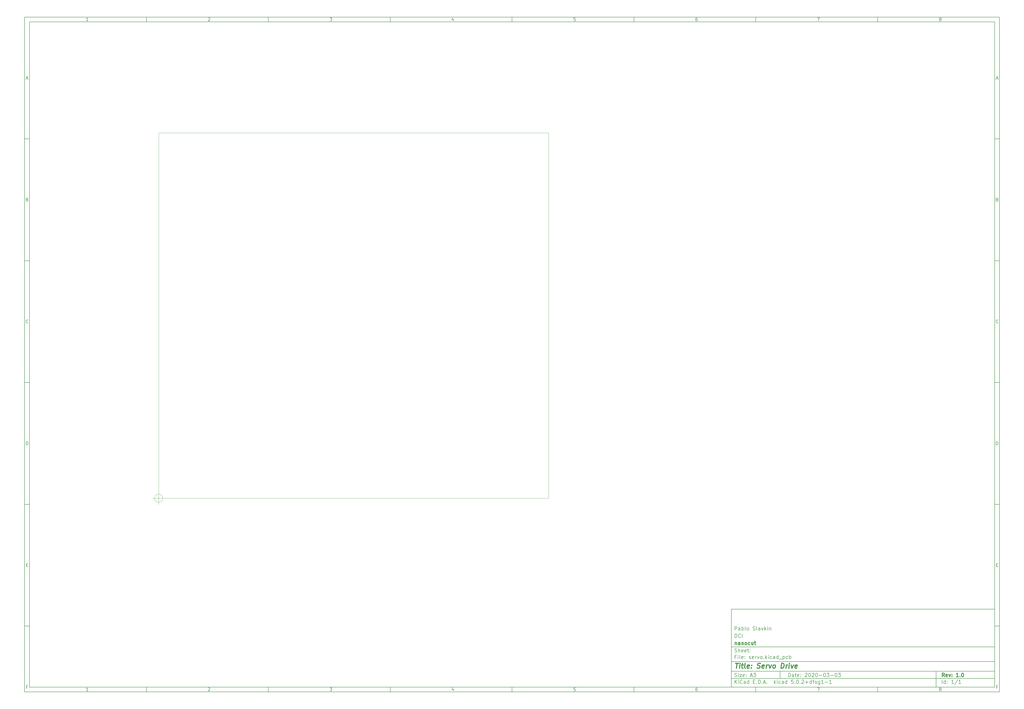
<source format=gbr>
G04 #@! TF.GenerationSoftware,KiCad,Pcbnew,5.0.2+dfsg1-1*
G04 #@! TF.CreationDate,2020-03-03T23:04:44-03:00*
G04 #@! TF.ProjectId,servo,73657276-6f2e-46b6-9963-61645f706362,1.0*
G04 #@! TF.SameCoordinates,PX3dfd240PYc5e32e0*
G04 #@! TF.FileFunction,Glue,Bot*
G04 #@! TF.FilePolarity,Positive*
%FSLAX46Y46*%
G04 Gerber Fmt 4.6, Leading zero omitted, Abs format (unit mm)*
G04 Created by KiCad (PCBNEW 5.0.2+dfsg1-1) date Tue 03 Mar 2020 11:04:44 PM -03*
%MOMM*%
%LPD*%
G01*
G04 APERTURE LIST*
%ADD10C,0.100000*%
%ADD11C,0.150000*%
%ADD12C,0.300000*%
%ADD13C,0.400000*%
G04 APERTURE END LIST*
D10*
D11*
X234989000Y-45502200D02*
X234989000Y-77502200D01*
X342989000Y-77502200D01*
X342989000Y-45502200D01*
X234989000Y-45502200D01*
D10*
D11*
X-55000000Y197500000D02*
X-55000000Y-79502200D01*
X344989000Y-79502200D01*
X344989000Y197500000D01*
X-55000000Y197500000D01*
D10*
D11*
X-53000000Y195500000D02*
X-53000000Y-77502200D01*
X342989000Y-77502200D01*
X342989000Y195500000D01*
X-53000000Y195500000D01*
D10*
D11*
X-5000000Y195500000D02*
X-5000000Y197500000D01*
D10*
D11*
X45000000Y195500000D02*
X45000000Y197500000D01*
D10*
D11*
X95000000Y195500000D02*
X95000000Y197500000D01*
D10*
D11*
X145000000Y195500000D02*
X145000000Y197500000D01*
D10*
D11*
X195000000Y195500000D02*
X195000000Y197500000D01*
D10*
D11*
X245000000Y195500000D02*
X245000000Y197500000D01*
D10*
D11*
X295000000Y195500000D02*
X295000000Y197500000D01*
D10*
D11*
X-28934524Y195911905D02*
X-29677381Y195911905D01*
X-29305953Y195911905D02*
X-29305953Y197211905D01*
X-29429762Y197026191D01*
X-29553572Y196902381D01*
X-29677381Y196840477D01*
D10*
D11*
X20322619Y197088096D02*
X20384523Y197150000D01*
X20508333Y197211905D01*
X20817857Y197211905D01*
X20941666Y197150000D01*
X21003571Y197088096D01*
X21065476Y196964286D01*
X21065476Y196840477D01*
X21003571Y196654762D01*
X20260714Y195911905D01*
X21065476Y195911905D01*
D10*
D11*
X70260714Y197211905D02*
X71065476Y197211905D01*
X70632142Y196716667D01*
X70817857Y196716667D01*
X70941666Y196654762D01*
X71003571Y196592858D01*
X71065476Y196469048D01*
X71065476Y196159524D01*
X71003571Y196035715D01*
X70941666Y195973810D01*
X70817857Y195911905D01*
X70446428Y195911905D01*
X70322619Y195973810D01*
X70260714Y196035715D01*
D10*
D11*
X120941666Y196778572D02*
X120941666Y195911905D01*
X120632142Y197273810D02*
X120322619Y196345239D01*
X121127380Y196345239D01*
D10*
D11*
X171003571Y197211905D02*
X170384523Y197211905D01*
X170322619Y196592858D01*
X170384523Y196654762D01*
X170508333Y196716667D01*
X170817857Y196716667D01*
X170941666Y196654762D01*
X171003571Y196592858D01*
X171065476Y196469048D01*
X171065476Y196159524D01*
X171003571Y196035715D01*
X170941666Y195973810D01*
X170817857Y195911905D01*
X170508333Y195911905D01*
X170384523Y195973810D01*
X170322619Y196035715D01*
D10*
D11*
X220941666Y197211905D02*
X220694047Y197211905D01*
X220570238Y197150000D01*
X220508333Y197088096D01*
X220384523Y196902381D01*
X220322619Y196654762D01*
X220322619Y196159524D01*
X220384523Y196035715D01*
X220446428Y195973810D01*
X220570238Y195911905D01*
X220817857Y195911905D01*
X220941666Y195973810D01*
X221003571Y196035715D01*
X221065476Y196159524D01*
X221065476Y196469048D01*
X221003571Y196592858D01*
X220941666Y196654762D01*
X220817857Y196716667D01*
X220570238Y196716667D01*
X220446428Y196654762D01*
X220384523Y196592858D01*
X220322619Y196469048D01*
D10*
D11*
X270260714Y197211905D02*
X271127380Y197211905D01*
X270570238Y195911905D01*
D10*
D11*
X320570238Y196654762D02*
X320446428Y196716667D01*
X320384523Y196778572D01*
X320322619Y196902381D01*
X320322619Y196964286D01*
X320384523Y197088096D01*
X320446428Y197150000D01*
X320570238Y197211905D01*
X320817857Y197211905D01*
X320941666Y197150000D01*
X321003571Y197088096D01*
X321065476Y196964286D01*
X321065476Y196902381D01*
X321003571Y196778572D01*
X320941666Y196716667D01*
X320817857Y196654762D01*
X320570238Y196654762D01*
X320446428Y196592858D01*
X320384523Y196530953D01*
X320322619Y196407143D01*
X320322619Y196159524D01*
X320384523Y196035715D01*
X320446428Y195973810D01*
X320570238Y195911905D01*
X320817857Y195911905D01*
X320941666Y195973810D01*
X321003571Y196035715D01*
X321065476Y196159524D01*
X321065476Y196407143D01*
X321003571Y196530953D01*
X320941666Y196592858D01*
X320817857Y196654762D01*
D10*
D11*
X-5000000Y-77502200D02*
X-5000000Y-79502200D01*
D10*
D11*
X45000000Y-77502200D02*
X45000000Y-79502200D01*
D10*
D11*
X95000000Y-77502200D02*
X95000000Y-79502200D01*
D10*
D11*
X145000000Y-77502200D02*
X145000000Y-79502200D01*
D10*
D11*
X195000000Y-77502200D02*
X195000000Y-79502200D01*
D10*
D11*
X245000000Y-77502200D02*
X245000000Y-79502200D01*
D10*
D11*
X295000000Y-77502200D02*
X295000000Y-79502200D01*
D10*
D11*
X-28934524Y-79090295D02*
X-29677381Y-79090295D01*
X-29305953Y-79090295D02*
X-29305953Y-77790295D01*
X-29429762Y-77976009D01*
X-29553572Y-78099819D01*
X-29677381Y-78161723D01*
D10*
D11*
X20322619Y-77914104D02*
X20384523Y-77852200D01*
X20508333Y-77790295D01*
X20817857Y-77790295D01*
X20941666Y-77852200D01*
X21003571Y-77914104D01*
X21065476Y-78037914D01*
X21065476Y-78161723D01*
X21003571Y-78347438D01*
X20260714Y-79090295D01*
X21065476Y-79090295D01*
D10*
D11*
X70260714Y-77790295D02*
X71065476Y-77790295D01*
X70632142Y-78285533D01*
X70817857Y-78285533D01*
X70941666Y-78347438D01*
X71003571Y-78409342D01*
X71065476Y-78533152D01*
X71065476Y-78842676D01*
X71003571Y-78966485D01*
X70941666Y-79028390D01*
X70817857Y-79090295D01*
X70446428Y-79090295D01*
X70322619Y-79028390D01*
X70260714Y-78966485D01*
D10*
D11*
X120941666Y-78223628D02*
X120941666Y-79090295D01*
X120632142Y-77728390D02*
X120322619Y-78656961D01*
X121127380Y-78656961D01*
D10*
D11*
X171003571Y-77790295D02*
X170384523Y-77790295D01*
X170322619Y-78409342D01*
X170384523Y-78347438D01*
X170508333Y-78285533D01*
X170817857Y-78285533D01*
X170941666Y-78347438D01*
X171003571Y-78409342D01*
X171065476Y-78533152D01*
X171065476Y-78842676D01*
X171003571Y-78966485D01*
X170941666Y-79028390D01*
X170817857Y-79090295D01*
X170508333Y-79090295D01*
X170384523Y-79028390D01*
X170322619Y-78966485D01*
D10*
D11*
X220941666Y-77790295D02*
X220694047Y-77790295D01*
X220570238Y-77852200D01*
X220508333Y-77914104D01*
X220384523Y-78099819D01*
X220322619Y-78347438D01*
X220322619Y-78842676D01*
X220384523Y-78966485D01*
X220446428Y-79028390D01*
X220570238Y-79090295D01*
X220817857Y-79090295D01*
X220941666Y-79028390D01*
X221003571Y-78966485D01*
X221065476Y-78842676D01*
X221065476Y-78533152D01*
X221003571Y-78409342D01*
X220941666Y-78347438D01*
X220817857Y-78285533D01*
X220570238Y-78285533D01*
X220446428Y-78347438D01*
X220384523Y-78409342D01*
X220322619Y-78533152D01*
D10*
D11*
X270260714Y-77790295D02*
X271127380Y-77790295D01*
X270570238Y-79090295D01*
D10*
D11*
X320570238Y-78347438D02*
X320446428Y-78285533D01*
X320384523Y-78223628D01*
X320322619Y-78099819D01*
X320322619Y-78037914D01*
X320384523Y-77914104D01*
X320446428Y-77852200D01*
X320570238Y-77790295D01*
X320817857Y-77790295D01*
X320941666Y-77852200D01*
X321003571Y-77914104D01*
X321065476Y-78037914D01*
X321065476Y-78099819D01*
X321003571Y-78223628D01*
X320941666Y-78285533D01*
X320817857Y-78347438D01*
X320570238Y-78347438D01*
X320446428Y-78409342D01*
X320384523Y-78471247D01*
X320322619Y-78595057D01*
X320322619Y-78842676D01*
X320384523Y-78966485D01*
X320446428Y-79028390D01*
X320570238Y-79090295D01*
X320817857Y-79090295D01*
X320941666Y-79028390D01*
X321003571Y-78966485D01*
X321065476Y-78842676D01*
X321065476Y-78595057D01*
X321003571Y-78471247D01*
X320941666Y-78409342D01*
X320817857Y-78347438D01*
D10*
D11*
X-55000000Y147500000D02*
X-53000000Y147500000D01*
D10*
D11*
X-55000000Y97500000D02*
X-53000000Y97500000D01*
D10*
D11*
X-55000000Y47500000D02*
X-53000000Y47500000D01*
D10*
D11*
X-55000000Y-2500000D02*
X-53000000Y-2500000D01*
D10*
D11*
X-55000000Y-52500000D02*
X-53000000Y-52500000D01*
D10*
D11*
X-54309524Y172283334D02*
X-53690477Y172283334D01*
X-54433334Y171911905D02*
X-54000000Y173211905D01*
X-53566667Y171911905D01*
D10*
D11*
X-53907143Y122592858D02*
X-53721429Y122530953D01*
X-53659524Y122469048D01*
X-53597620Y122345239D01*
X-53597620Y122159524D01*
X-53659524Y122035715D01*
X-53721429Y121973810D01*
X-53845239Y121911905D01*
X-54340477Y121911905D01*
X-54340477Y123211905D01*
X-53907143Y123211905D01*
X-53783334Y123150000D01*
X-53721429Y123088096D01*
X-53659524Y122964286D01*
X-53659524Y122840477D01*
X-53721429Y122716667D01*
X-53783334Y122654762D01*
X-53907143Y122592858D01*
X-54340477Y122592858D01*
D10*
D11*
X-53597620Y72035715D02*
X-53659524Y71973810D01*
X-53845239Y71911905D01*
X-53969048Y71911905D01*
X-54154762Y71973810D01*
X-54278572Y72097620D01*
X-54340477Y72221429D01*
X-54402381Y72469048D01*
X-54402381Y72654762D01*
X-54340477Y72902381D01*
X-54278572Y73026191D01*
X-54154762Y73150000D01*
X-53969048Y73211905D01*
X-53845239Y73211905D01*
X-53659524Y73150000D01*
X-53597620Y73088096D01*
D10*
D11*
X-54340477Y21911905D02*
X-54340477Y23211905D01*
X-54030953Y23211905D01*
X-53845239Y23150000D01*
X-53721429Y23026191D01*
X-53659524Y22902381D01*
X-53597620Y22654762D01*
X-53597620Y22469048D01*
X-53659524Y22221429D01*
X-53721429Y22097620D01*
X-53845239Y21973810D01*
X-54030953Y21911905D01*
X-54340477Y21911905D01*
D10*
D11*
X-54278572Y-27407142D02*
X-53845239Y-27407142D01*
X-53659524Y-28088095D02*
X-54278572Y-28088095D01*
X-54278572Y-26788095D01*
X-53659524Y-26788095D01*
D10*
D11*
X-53814286Y-77407142D02*
X-54247620Y-77407142D01*
X-54247620Y-78088095D02*
X-54247620Y-76788095D01*
X-53628572Y-76788095D01*
D10*
D11*
X344989000Y147500000D02*
X342989000Y147500000D01*
D10*
D11*
X344989000Y97500000D02*
X342989000Y97500000D01*
D10*
D11*
X344989000Y47500000D02*
X342989000Y47500000D01*
D10*
D11*
X344989000Y-2500000D02*
X342989000Y-2500000D01*
D10*
D11*
X344989000Y-52500000D02*
X342989000Y-52500000D01*
D10*
D11*
X343679476Y172283334D02*
X344298523Y172283334D01*
X343555666Y171911905D02*
X343989000Y173211905D01*
X344422333Y171911905D01*
D10*
D11*
X344081857Y122592858D02*
X344267571Y122530953D01*
X344329476Y122469048D01*
X344391380Y122345239D01*
X344391380Y122159524D01*
X344329476Y122035715D01*
X344267571Y121973810D01*
X344143761Y121911905D01*
X343648523Y121911905D01*
X343648523Y123211905D01*
X344081857Y123211905D01*
X344205666Y123150000D01*
X344267571Y123088096D01*
X344329476Y122964286D01*
X344329476Y122840477D01*
X344267571Y122716667D01*
X344205666Y122654762D01*
X344081857Y122592858D01*
X343648523Y122592858D01*
D10*
D11*
X344391380Y72035715D02*
X344329476Y71973810D01*
X344143761Y71911905D01*
X344019952Y71911905D01*
X343834238Y71973810D01*
X343710428Y72097620D01*
X343648523Y72221429D01*
X343586619Y72469048D01*
X343586619Y72654762D01*
X343648523Y72902381D01*
X343710428Y73026191D01*
X343834238Y73150000D01*
X344019952Y73211905D01*
X344143761Y73211905D01*
X344329476Y73150000D01*
X344391380Y73088096D01*
D10*
D11*
X343648523Y21911905D02*
X343648523Y23211905D01*
X343958047Y23211905D01*
X344143761Y23150000D01*
X344267571Y23026191D01*
X344329476Y22902381D01*
X344391380Y22654762D01*
X344391380Y22469048D01*
X344329476Y22221429D01*
X344267571Y22097620D01*
X344143761Y21973810D01*
X343958047Y21911905D01*
X343648523Y21911905D01*
D10*
D11*
X343710428Y-27407142D02*
X344143761Y-27407142D01*
X344329476Y-28088095D02*
X343710428Y-28088095D01*
X343710428Y-26788095D01*
X344329476Y-26788095D01*
D10*
D11*
X344174714Y-77407142D02*
X343741380Y-77407142D01*
X343741380Y-78088095D02*
X343741380Y-76788095D01*
X344360428Y-76788095D01*
D10*
D11*
X258421142Y-73280771D02*
X258421142Y-71780771D01*
X258778285Y-71780771D01*
X258992571Y-71852200D01*
X259135428Y-71995057D01*
X259206857Y-72137914D01*
X259278285Y-72423628D01*
X259278285Y-72637914D01*
X259206857Y-72923628D01*
X259135428Y-73066485D01*
X258992571Y-73209342D01*
X258778285Y-73280771D01*
X258421142Y-73280771D01*
X260564000Y-73280771D02*
X260564000Y-72495057D01*
X260492571Y-72352200D01*
X260349714Y-72280771D01*
X260064000Y-72280771D01*
X259921142Y-72352200D01*
X260564000Y-73209342D02*
X260421142Y-73280771D01*
X260064000Y-73280771D01*
X259921142Y-73209342D01*
X259849714Y-73066485D01*
X259849714Y-72923628D01*
X259921142Y-72780771D01*
X260064000Y-72709342D01*
X260421142Y-72709342D01*
X260564000Y-72637914D01*
X261064000Y-72280771D02*
X261635428Y-72280771D01*
X261278285Y-71780771D02*
X261278285Y-73066485D01*
X261349714Y-73209342D01*
X261492571Y-73280771D01*
X261635428Y-73280771D01*
X262706857Y-73209342D02*
X262564000Y-73280771D01*
X262278285Y-73280771D01*
X262135428Y-73209342D01*
X262064000Y-73066485D01*
X262064000Y-72495057D01*
X262135428Y-72352200D01*
X262278285Y-72280771D01*
X262564000Y-72280771D01*
X262706857Y-72352200D01*
X262778285Y-72495057D01*
X262778285Y-72637914D01*
X262064000Y-72780771D01*
X263421142Y-73137914D02*
X263492571Y-73209342D01*
X263421142Y-73280771D01*
X263349714Y-73209342D01*
X263421142Y-73137914D01*
X263421142Y-73280771D01*
X263421142Y-72352200D02*
X263492571Y-72423628D01*
X263421142Y-72495057D01*
X263349714Y-72423628D01*
X263421142Y-72352200D01*
X263421142Y-72495057D01*
X265206857Y-71923628D02*
X265278285Y-71852200D01*
X265421142Y-71780771D01*
X265778285Y-71780771D01*
X265921142Y-71852200D01*
X265992571Y-71923628D01*
X266064000Y-72066485D01*
X266064000Y-72209342D01*
X265992571Y-72423628D01*
X265135428Y-73280771D01*
X266064000Y-73280771D01*
X266992571Y-71780771D02*
X267135428Y-71780771D01*
X267278285Y-71852200D01*
X267349714Y-71923628D01*
X267421142Y-72066485D01*
X267492571Y-72352200D01*
X267492571Y-72709342D01*
X267421142Y-72995057D01*
X267349714Y-73137914D01*
X267278285Y-73209342D01*
X267135428Y-73280771D01*
X266992571Y-73280771D01*
X266849714Y-73209342D01*
X266778285Y-73137914D01*
X266706857Y-72995057D01*
X266635428Y-72709342D01*
X266635428Y-72352200D01*
X266706857Y-72066485D01*
X266778285Y-71923628D01*
X266849714Y-71852200D01*
X266992571Y-71780771D01*
X268064000Y-71923628D02*
X268135428Y-71852200D01*
X268278285Y-71780771D01*
X268635428Y-71780771D01*
X268778285Y-71852200D01*
X268849714Y-71923628D01*
X268921142Y-72066485D01*
X268921142Y-72209342D01*
X268849714Y-72423628D01*
X267992571Y-73280771D01*
X268921142Y-73280771D01*
X269849714Y-71780771D02*
X269992571Y-71780771D01*
X270135428Y-71852200D01*
X270206857Y-71923628D01*
X270278285Y-72066485D01*
X270349714Y-72352200D01*
X270349714Y-72709342D01*
X270278285Y-72995057D01*
X270206857Y-73137914D01*
X270135428Y-73209342D01*
X269992571Y-73280771D01*
X269849714Y-73280771D01*
X269706857Y-73209342D01*
X269635428Y-73137914D01*
X269564000Y-72995057D01*
X269492571Y-72709342D01*
X269492571Y-72352200D01*
X269564000Y-72066485D01*
X269635428Y-71923628D01*
X269706857Y-71852200D01*
X269849714Y-71780771D01*
X270992571Y-72709342D02*
X272135428Y-72709342D01*
X273135428Y-71780771D02*
X273278285Y-71780771D01*
X273421142Y-71852200D01*
X273492571Y-71923628D01*
X273564000Y-72066485D01*
X273635428Y-72352200D01*
X273635428Y-72709342D01*
X273564000Y-72995057D01*
X273492571Y-73137914D01*
X273421142Y-73209342D01*
X273278285Y-73280771D01*
X273135428Y-73280771D01*
X272992571Y-73209342D01*
X272921142Y-73137914D01*
X272849714Y-72995057D01*
X272778285Y-72709342D01*
X272778285Y-72352200D01*
X272849714Y-72066485D01*
X272921142Y-71923628D01*
X272992571Y-71852200D01*
X273135428Y-71780771D01*
X274135428Y-71780771D02*
X275064000Y-71780771D01*
X274564000Y-72352200D01*
X274778285Y-72352200D01*
X274921142Y-72423628D01*
X274992571Y-72495057D01*
X275064000Y-72637914D01*
X275064000Y-72995057D01*
X274992571Y-73137914D01*
X274921142Y-73209342D01*
X274778285Y-73280771D01*
X274349714Y-73280771D01*
X274206857Y-73209342D01*
X274135428Y-73137914D01*
X275706857Y-72709342D02*
X276849714Y-72709342D01*
X277849714Y-71780771D02*
X277992571Y-71780771D01*
X278135428Y-71852200D01*
X278206857Y-71923628D01*
X278278285Y-72066485D01*
X278349714Y-72352200D01*
X278349714Y-72709342D01*
X278278285Y-72995057D01*
X278206857Y-73137914D01*
X278135428Y-73209342D01*
X277992571Y-73280771D01*
X277849714Y-73280771D01*
X277706857Y-73209342D01*
X277635428Y-73137914D01*
X277564000Y-72995057D01*
X277492571Y-72709342D01*
X277492571Y-72352200D01*
X277564000Y-72066485D01*
X277635428Y-71923628D01*
X277706857Y-71852200D01*
X277849714Y-71780771D01*
X278849714Y-71780771D02*
X279778285Y-71780771D01*
X279278285Y-72352200D01*
X279492571Y-72352200D01*
X279635428Y-72423628D01*
X279706857Y-72495057D01*
X279778285Y-72637914D01*
X279778285Y-72995057D01*
X279706857Y-73137914D01*
X279635428Y-73209342D01*
X279492571Y-73280771D01*
X279064000Y-73280771D01*
X278921142Y-73209342D01*
X278849714Y-73137914D01*
D10*
D11*
X234989000Y-74002200D02*
X342989000Y-74002200D01*
D10*
D11*
X236421142Y-76080771D02*
X236421142Y-74580771D01*
X237278285Y-76080771D02*
X236635428Y-75223628D01*
X237278285Y-74580771D02*
X236421142Y-75437914D01*
X237921142Y-76080771D02*
X237921142Y-75080771D01*
X237921142Y-74580771D02*
X237849714Y-74652200D01*
X237921142Y-74723628D01*
X237992571Y-74652200D01*
X237921142Y-74580771D01*
X237921142Y-74723628D01*
X239492571Y-75937914D02*
X239421142Y-76009342D01*
X239206857Y-76080771D01*
X239064000Y-76080771D01*
X238849714Y-76009342D01*
X238706857Y-75866485D01*
X238635428Y-75723628D01*
X238564000Y-75437914D01*
X238564000Y-75223628D01*
X238635428Y-74937914D01*
X238706857Y-74795057D01*
X238849714Y-74652200D01*
X239064000Y-74580771D01*
X239206857Y-74580771D01*
X239421142Y-74652200D01*
X239492571Y-74723628D01*
X240778285Y-76080771D02*
X240778285Y-75295057D01*
X240706857Y-75152200D01*
X240564000Y-75080771D01*
X240278285Y-75080771D01*
X240135428Y-75152200D01*
X240778285Y-76009342D02*
X240635428Y-76080771D01*
X240278285Y-76080771D01*
X240135428Y-76009342D01*
X240064000Y-75866485D01*
X240064000Y-75723628D01*
X240135428Y-75580771D01*
X240278285Y-75509342D01*
X240635428Y-75509342D01*
X240778285Y-75437914D01*
X242135428Y-76080771D02*
X242135428Y-74580771D01*
X242135428Y-76009342D02*
X241992571Y-76080771D01*
X241706857Y-76080771D01*
X241564000Y-76009342D01*
X241492571Y-75937914D01*
X241421142Y-75795057D01*
X241421142Y-75366485D01*
X241492571Y-75223628D01*
X241564000Y-75152200D01*
X241706857Y-75080771D01*
X241992571Y-75080771D01*
X242135428Y-75152200D01*
X243992571Y-75295057D02*
X244492571Y-75295057D01*
X244706857Y-76080771D02*
X243992571Y-76080771D01*
X243992571Y-74580771D01*
X244706857Y-74580771D01*
X245349714Y-75937914D02*
X245421142Y-76009342D01*
X245349714Y-76080771D01*
X245278285Y-76009342D01*
X245349714Y-75937914D01*
X245349714Y-76080771D01*
X246064000Y-76080771D02*
X246064000Y-74580771D01*
X246421142Y-74580771D01*
X246635428Y-74652200D01*
X246778285Y-74795057D01*
X246849714Y-74937914D01*
X246921142Y-75223628D01*
X246921142Y-75437914D01*
X246849714Y-75723628D01*
X246778285Y-75866485D01*
X246635428Y-76009342D01*
X246421142Y-76080771D01*
X246064000Y-76080771D01*
X247564000Y-75937914D02*
X247635428Y-76009342D01*
X247564000Y-76080771D01*
X247492571Y-76009342D01*
X247564000Y-75937914D01*
X247564000Y-76080771D01*
X248206857Y-75652200D02*
X248921142Y-75652200D01*
X248064000Y-76080771D02*
X248564000Y-74580771D01*
X249064000Y-76080771D01*
X249564000Y-75937914D02*
X249635428Y-76009342D01*
X249564000Y-76080771D01*
X249492571Y-76009342D01*
X249564000Y-75937914D01*
X249564000Y-76080771D01*
X252564000Y-76080771D02*
X252564000Y-74580771D01*
X252706857Y-75509342D02*
X253135428Y-76080771D01*
X253135428Y-75080771D02*
X252564000Y-75652200D01*
X253778285Y-76080771D02*
X253778285Y-75080771D01*
X253778285Y-74580771D02*
X253706857Y-74652200D01*
X253778285Y-74723628D01*
X253849714Y-74652200D01*
X253778285Y-74580771D01*
X253778285Y-74723628D01*
X255135428Y-76009342D02*
X254992571Y-76080771D01*
X254706857Y-76080771D01*
X254564000Y-76009342D01*
X254492571Y-75937914D01*
X254421142Y-75795057D01*
X254421142Y-75366485D01*
X254492571Y-75223628D01*
X254564000Y-75152200D01*
X254706857Y-75080771D01*
X254992571Y-75080771D01*
X255135428Y-75152200D01*
X256421142Y-76080771D02*
X256421142Y-75295057D01*
X256349714Y-75152200D01*
X256206857Y-75080771D01*
X255921142Y-75080771D01*
X255778285Y-75152200D01*
X256421142Y-76009342D02*
X256278285Y-76080771D01*
X255921142Y-76080771D01*
X255778285Y-76009342D01*
X255706857Y-75866485D01*
X255706857Y-75723628D01*
X255778285Y-75580771D01*
X255921142Y-75509342D01*
X256278285Y-75509342D01*
X256421142Y-75437914D01*
X257778285Y-76080771D02*
X257778285Y-74580771D01*
X257778285Y-76009342D02*
X257635428Y-76080771D01*
X257349714Y-76080771D01*
X257206857Y-76009342D01*
X257135428Y-75937914D01*
X257064000Y-75795057D01*
X257064000Y-75366485D01*
X257135428Y-75223628D01*
X257206857Y-75152200D01*
X257349714Y-75080771D01*
X257635428Y-75080771D01*
X257778285Y-75152200D01*
X260349714Y-74580771D02*
X259635428Y-74580771D01*
X259564000Y-75295057D01*
X259635428Y-75223628D01*
X259778285Y-75152200D01*
X260135428Y-75152200D01*
X260278285Y-75223628D01*
X260349714Y-75295057D01*
X260421142Y-75437914D01*
X260421142Y-75795057D01*
X260349714Y-75937914D01*
X260278285Y-76009342D01*
X260135428Y-76080771D01*
X259778285Y-76080771D01*
X259635428Y-76009342D01*
X259564000Y-75937914D01*
X261064000Y-75937914D02*
X261135428Y-76009342D01*
X261064000Y-76080771D01*
X260992571Y-76009342D01*
X261064000Y-75937914D01*
X261064000Y-76080771D01*
X262064000Y-74580771D02*
X262206857Y-74580771D01*
X262349714Y-74652200D01*
X262421142Y-74723628D01*
X262492571Y-74866485D01*
X262564000Y-75152200D01*
X262564000Y-75509342D01*
X262492571Y-75795057D01*
X262421142Y-75937914D01*
X262349714Y-76009342D01*
X262206857Y-76080771D01*
X262064000Y-76080771D01*
X261921142Y-76009342D01*
X261849714Y-75937914D01*
X261778285Y-75795057D01*
X261706857Y-75509342D01*
X261706857Y-75152200D01*
X261778285Y-74866485D01*
X261849714Y-74723628D01*
X261921142Y-74652200D01*
X262064000Y-74580771D01*
X263206857Y-75937914D02*
X263278285Y-76009342D01*
X263206857Y-76080771D01*
X263135428Y-76009342D01*
X263206857Y-75937914D01*
X263206857Y-76080771D01*
X263849714Y-74723628D02*
X263921142Y-74652200D01*
X264064000Y-74580771D01*
X264421142Y-74580771D01*
X264564000Y-74652200D01*
X264635428Y-74723628D01*
X264706857Y-74866485D01*
X264706857Y-75009342D01*
X264635428Y-75223628D01*
X263778285Y-76080771D01*
X264706857Y-76080771D01*
X265349714Y-75509342D02*
X266492571Y-75509342D01*
X265921142Y-76080771D02*
X265921142Y-74937914D01*
X267849714Y-76080771D02*
X267849714Y-74580771D01*
X267849714Y-76009342D02*
X267706857Y-76080771D01*
X267421142Y-76080771D01*
X267278285Y-76009342D01*
X267206857Y-75937914D01*
X267135428Y-75795057D01*
X267135428Y-75366485D01*
X267206857Y-75223628D01*
X267278285Y-75152200D01*
X267421142Y-75080771D01*
X267706857Y-75080771D01*
X267849714Y-75152200D01*
X268349714Y-75080771D02*
X268921142Y-75080771D01*
X268564000Y-76080771D02*
X268564000Y-74795057D01*
X268635428Y-74652200D01*
X268778285Y-74580771D01*
X268921142Y-74580771D01*
X269349714Y-76009342D02*
X269492571Y-76080771D01*
X269778285Y-76080771D01*
X269921142Y-76009342D01*
X269992571Y-75866485D01*
X269992571Y-75795057D01*
X269921142Y-75652200D01*
X269778285Y-75580771D01*
X269564000Y-75580771D01*
X269421142Y-75509342D01*
X269349714Y-75366485D01*
X269349714Y-75295057D01*
X269421142Y-75152200D01*
X269564000Y-75080771D01*
X269778285Y-75080771D01*
X269921142Y-75152200D01*
X271278285Y-75080771D02*
X271278285Y-76295057D01*
X271206857Y-76437914D01*
X271135428Y-76509342D01*
X270992571Y-76580771D01*
X270778285Y-76580771D01*
X270635428Y-76509342D01*
X271278285Y-76009342D02*
X271135428Y-76080771D01*
X270849714Y-76080771D01*
X270706857Y-76009342D01*
X270635428Y-75937914D01*
X270564000Y-75795057D01*
X270564000Y-75366485D01*
X270635428Y-75223628D01*
X270706857Y-75152200D01*
X270849714Y-75080771D01*
X271135428Y-75080771D01*
X271278285Y-75152200D01*
X272778285Y-76080771D02*
X271921142Y-76080771D01*
X272349714Y-76080771D02*
X272349714Y-74580771D01*
X272206857Y-74795057D01*
X272064000Y-74937914D01*
X271921142Y-75009342D01*
X273421142Y-75509342D02*
X274564000Y-75509342D01*
X276064000Y-76080771D02*
X275206857Y-76080771D01*
X275635428Y-76080771D02*
X275635428Y-74580771D01*
X275492571Y-74795057D01*
X275349714Y-74937914D01*
X275206857Y-75009342D01*
D10*
D11*
X234989000Y-71002200D02*
X342989000Y-71002200D01*
D10*
D12*
X322398285Y-73280771D02*
X321898285Y-72566485D01*
X321541142Y-73280771D02*
X321541142Y-71780771D01*
X322112571Y-71780771D01*
X322255428Y-71852200D01*
X322326857Y-71923628D01*
X322398285Y-72066485D01*
X322398285Y-72280771D01*
X322326857Y-72423628D01*
X322255428Y-72495057D01*
X322112571Y-72566485D01*
X321541142Y-72566485D01*
X323612571Y-73209342D02*
X323469714Y-73280771D01*
X323184000Y-73280771D01*
X323041142Y-73209342D01*
X322969714Y-73066485D01*
X322969714Y-72495057D01*
X323041142Y-72352200D01*
X323184000Y-72280771D01*
X323469714Y-72280771D01*
X323612571Y-72352200D01*
X323684000Y-72495057D01*
X323684000Y-72637914D01*
X322969714Y-72780771D01*
X324184000Y-72280771D02*
X324541142Y-73280771D01*
X324898285Y-72280771D01*
X325469714Y-73137914D02*
X325541142Y-73209342D01*
X325469714Y-73280771D01*
X325398285Y-73209342D01*
X325469714Y-73137914D01*
X325469714Y-73280771D01*
X325469714Y-72352200D02*
X325541142Y-72423628D01*
X325469714Y-72495057D01*
X325398285Y-72423628D01*
X325469714Y-72352200D01*
X325469714Y-72495057D01*
X328112571Y-73280771D02*
X327255428Y-73280771D01*
X327684000Y-73280771D02*
X327684000Y-71780771D01*
X327541142Y-71995057D01*
X327398285Y-72137914D01*
X327255428Y-72209342D01*
X328755428Y-73137914D02*
X328826857Y-73209342D01*
X328755428Y-73280771D01*
X328684000Y-73209342D01*
X328755428Y-73137914D01*
X328755428Y-73280771D01*
X329755428Y-71780771D02*
X329898285Y-71780771D01*
X330041142Y-71852200D01*
X330112571Y-71923628D01*
X330184000Y-72066485D01*
X330255428Y-72352200D01*
X330255428Y-72709342D01*
X330184000Y-72995057D01*
X330112571Y-73137914D01*
X330041142Y-73209342D01*
X329898285Y-73280771D01*
X329755428Y-73280771D01*
X329612571Y-73209342D01*
X329541142Y-73137914D01*
X329469714Y-72995057D01*
X329398285Y-72709342D01*
X329398285Y-72352200D01*
X329469714Y-72066485D01*
X329541142Y-71923628D01*
X329612571Y-71852200D01*
X329755428Y-71780771D01*
D10*
D11*
X236349714Y-73209342D02*
X236564000Y-73280771D01*
X236921142Y-73280771D01*
X237064000Y-73209342D01*
X237135428Y-73137914D01*
X237206857Y-72995057D01*
X237206857Y-72852200D01*
X237135428Y-72709342D01*
X237064000Y-72637914D01*
X236921142Y-72566485D01*
X236635428Y-72495057D01*
X236492571Y-72423628D01*
X236421142Y-72352200D01*
X236349714Y-72209342D01*
X236349714Y-72066485D01*
X236421142Y-71923628D01*
X236492571Y-71852200D01*
X236635428Y-71780771D01*
X236992571Y-71780771D01*
X237206857Y-71852200D01*
X237849714Y-73280771D02*
X237849714Y-72280771D01*
X237849714Y-71780771D02*
X237778285Y-71852200D01*
X237849714Y-71923628D01*
X237921142Y-71852200D01*
X237849714Y-71780771D01*
X237849714Y-71923628D01*
X238421142Y-72280771D02*
X239206857Y-72280771D01*
X238421142Y-73280771D01*
X239206857Y-73280771D01*
X240349714Y-73209342D02*
X240206857Y-73280771D01*
X239921142Y-73280771D01*
X239778285Y-73209342D01*
X239706857Y-73066485D01*
X239706857Y-72495057D01*
X239778285Y-72352200D01*
X239921142Y-72280771D01*
X240206857Y-72280771D01*
X240349714Y-72352200D01*
X240421142Y-72495057D01*
X240421142Y-72637914D01*
X239706857Y-72780771D01*
X241064000Y-73137914D02*
X241135428Y-73209342D01*
X241064000Y-73280771D01*
X240992571Y-73209342D01*
X241064000Y-73137914D01*
X241064000Y-73280771D01*
X241064000Y-72352200D02*
X241135428Y-72423628D01*
X241064000Y-72495057D01*
X240992571Y-72423628D01*
X241064000Y-72352200D01*
X241064000Y-72495057D01*
X242849714Y-72852200D02*
X243564000Y-72852200D01*
X242706857Y-73280771D02*
X243206857Y-71780771D01*
X243706857Y-73280771D01*
X244064000Y-71780771D02*
X244992571Y-71780771D01*
X244492571Y-72352200D01*
X244706857Y-72352200D01*
X244849714Y-72423628D01*
X244921142Y-72495057D01*
X244992571Y-72637914D01*
X244992571Y-72995057D01*
X244921142Y-73137914D01*
X244849714Y-73209342D01*
X244706857Y-73280771D01*
X244278285Y-73280771D01*
X244135428Y-73209342D01*
X244064000Y-73137914D01*
D10*
D11*
X321421142Y-76080771D02*
X321421142Y-74580771D01*
X322778285Y-76080771D02*
X322778285Y-74580771D01*
X322778285Y-76009342D02*
X322635428Y-76080771D01*
X322349714Y-76080771D01*
X322206857Y-76009342D01*
X322135428Y-75937914D01*
X322064000Y-75795057D01*
X322064000Y-75366485D01*
X322135428Y-75223628D01*
X322206857Y-75152200D01*
X322349714Y-75080771D01*
X322635428Y-75080771D01*
X322778285Y-75152200D01*
X323492571Y-75937914D02*
X323564000Y-76009342D01*
X323492571Y-76080771D01*
X323421142Y-76009342D01*
X323492571Y-75937914D01*
X323492571Y-76080771D01*
X323492571Y-75152200D02*
X323564000Y-75223628D01*
X323492571Y-75295057D01*
X323421142Y-75223628D01*
X323492571Y-75152200D01*
X323492571Y-75295057D01*
X326135428Y-76080771D02*
X325278285Y-76080771D01*
X325706857Y-76080771D02*
X325706857Y-74580771D01*
X325564000Y-74795057D01*
X325421142Y-74937914D01*
X325278285Y-75009342D01*
X327849714Y-74509342D02*
X326564000Y-76437914D01*
X329135428Y-76080771D02*
X328278285Y-76080771D01*
X328706857Y-76080771D02*
X328706857Y-74580771D01*
X328564000Y-74795057D01*
X328421142Y-74937914D01*
X328278285Y-75009342D01*
D10*
D11*
X234989000Y-67002200D02*
X342989000Y-67002200D01*
D10*
D13*
X236701380Y-67706961D02*
X237844238Y-67706961D01*
X237022809Y-69706961D02*
X237272809Y-67706961D01*
X238260904Y-69706961D02*
X238427571Y-68373628D01*
X238510904Y-67706961D02*
X238403761Y-67802200D01*
X238487095Y-67897438D01*
X238594238Y-67802200D01*
X238510904Y-67706961D01*
X238487095Y-67897438D01*
X239094238Y-68373628D02*
X239856142Y-68373628D01*
X239463285Y-67706961D02*
X239249000Y-69421247D01*
X239320428Y-69611723D01*
X239499000Y-69706961D01*
X239689476Y-69706961D01*
X240641857Y-69706961D02*
X240463285Y-69611723D01*
X240391857Y-69421247D01*
X240606142Y-67706961D01*
X242177571Y-69611723D02*
X241975190Y-69706961D01*
X241594238Y-69706961D01*
X241415666Y-69611723D01*
X241344238Y-69421247D01*
X241439476Y-68659342D01*
X241558523Y-68468866D01*
X241760904Y-68373628D01*
X242141857Y-68373628D01*
X242320428Y-68468866D01*
X242391857Y-68659342D01*
X242368047Y-68849819D01*
X241391857Y-69040295D01*
X243141857Y-69516485D02*
X243225190Y-69611723D01*
X243118047Y-69706961D01*
X243034714Y-69611723D01*
X243141857Y-69516485D01*
X243118047Y-69706961D01*
X243272809Y-68468866D02*
X243356142Y-68564104D01*
X243249000Y-68659342D01*
X243165666Y-68564104D01*
X243272809Y-68468866D01*
X243249000Y-68659342D01*
X245510904Y-69611723D02*
X245784714Y-69706961D01*
X246260904Y-69706961D01*
X246463285Y-69611723D01*
X246570428Y-69516485D01*
X246689476Y-69326009D01*
X246713285Y-69135533D01*
X246641857Y-68945057D01*
X246558523Y-68849819D01*
X246379952Y-68754580D01*
X246010904Y-68659342D01*
X245832333Y-68564104D01*
X245749000Y-68468866D01*
X245677571Y-68278390D01*
X245701380Y-68087914D01*
X245820428Y-67897438D01*
X245927571Y-67802200D01*
X246129952Y-67706961D01*
X246606142Y-67706961D01*
X246879952Y-67802200D01*
X248272809Y-69611723D02*
X248070428Y-69706961D01*
X247689476Y-69706961D01*
X247510904Y-69611723D01*
X247439476Y-69421247D01*
X247534714Y-68659342D01*
X247653761Y-68468866D01*
X247856142Y-68373628D01*
X248237095Y-68373628D01*
X248415666Y-68468866D01*
X248487095Y-68659342D01*
X248463285Y-68849819D01*
X247487095Y-69040295D01*
X249213285Y-69706961D02*
X249379952Y-68373628D01*
X249332333Y-68754580D02*
X249451380Y-68564104D01*
X249558523Y-68468866D01*
X249760904Y-68373628D01*
X249951380Y-68373628D01*
X250427571Y-68373628D02*
X250737095Y-69706961D01*
X251379952Y-68373628D01*
X252260904Y-69706961D02*
X252082333Y-69611723D01*
X251999000Y-69516485D01*
X251927571Y-69326009D01*
X251999000Y-68754580D01*
X252118047Y-68564104D01*
X252225190Y-68468866D01*
X252427571Y-68373628D01*
X252713285Y-68373628D01*
X252891857Y-68468866D01*
X252975190Y-68564104D01*
X253046619Y-68754580D01*
X252975190Y-69326009D01*
X252856142Y-69516485D01*
X252749000Y-69611723D01*
X252546619Y-69706961D01*
X252260904Y-69706961D01*
X255308523Y-69706961D02*
X255558523Y-67706961D01*
X256034714Y-67706961D01*
X256308523Y-67802200D01*
X256475190Y-67992676D01*
X256546619Y-68183152D01*
X256594238Y-68564104D01*
X256558523Y-68849819D01*
X256415666Y-69230771D01*
X256296619Y-69421247D01*
X256082333Y-69611723D01*
X255784714Y-69706961D01*
X255308523Y-69706961D01*
X257308523Y-69706961D02*
X257475190Y-68373628D01*
X257427571Y-68754580D02*
X257546619Y-68564104D01*
X257653761Y-68468866D01*
X257856142Y-68373628D01*
X258046619Y-68373628D01*
X258546619Y-69706961D02*
X258713285Y-68373628D01*
X258796619Y-67706961D02*
X258689476Y-67802200D01*
X258772809Y-67897438D01*
X258879952Y-67802200D01*
X258796619Y-67706961D01*
X258772809Y-67897438D01*
X259475190Y-68373628D02*
X259784714Y-69706961D01*
X260427571Y-68373628D01*
X261796619Y-69611723D02*
X261594238Y-69706961D01*
X261213285Y-69706961D01*
X261034714Y-69611723D01*
X260963285Y-69421247D01*
X261058523Y-68659342D01*
X261177571Y-68468866D01*
X261379952Y-68373628D01*
X261760904Y-68373628D01*
X261939476Y-68468866D01*
X262010904Y-68659342D01*
X261987095Y-68849819D01*
X261010904Y-69040295D01*
D10*
D11*
X236921142Y-65095057D02*
X236421142Y-65095057D01*
X236421142Y-65880771D02*
X236421142Y-64380771D01*
X237135428Y-64380771D01*
X237706857Y-65880771D02*
X237706857Y-64880771D01*
X237706857Y-64380771D02*
X237635428Y-64452200D01*
X237706857Y-64523628D01*
X237778285Y-64452200D01*
X237706857Y-64380771D01*
X237706857Y-64523628D01*
X238635428Y-65880771D02*
X238492571Y-65809342D01*
X238421142Y-65666485D01*
X238421142Y-64380771D01*
X239778285Y-65809342D02*
X239635428Y-65880771D01*
X239349714Y-65880771D01*
X239206857Y-65809342D01*
X239135428Y-65666485D01*
X239135428Y-65095057D01*
X239206857Y-64952200D01*
X239349714Y-64880771D01*
X239635428Y-64880771D01*
X239778285Y-64952200D01*
X239849714Y-65095057D01*
X239849714Y-65237914D01*
X239135428Y-65380771D01*
X240492571Y-65737914D02*
X240564000Y-65809342D01*
X240492571Y-65880771D01*
X240421142Y-65809342D01*
X240492571Y-65737914D01*
X240492571Y-65880771D01*
X240492571Y-64952200D02*
X240564000Y-65023628D01*
X240492571Y-65095057D01*
X240421142Y-65023628D01*
X240492571Y-64952200D01*
X240492571Y-65095057D01*
X242278285Y-65809342D02*
X242421142Y-65880771D01*
X242706857Y-65880771D01*
X242849714Y-65809342D01*
X242921142Y-65666485D01*
X242921142Y-65595057D01*
X242849714Y-65452200D01*
X242706857Y-65380771D01*
X242492571Y-65380771D01*
X242349714Y-65309342D01*
X242278285Y-65166485D01*
X242278285Y-65095057D01*
X242349714Y-64952200D01*
X242492571Y-64880771D01*
X242706857Y-64880771D01*
X242849714Y-64952200D01*
X244135428Y-65809342D02*
X243992571Y-65880771D01*
X243706857Y-65880771D01*
X243564000Y-65809342D01*
X243492571Y-65666485D01*
X243492571Y-65095057D01*
X243564000Y-64952200D01*
X243706857Y-64880771D01*
X243992571Y-64880771D01*
X244135428Y-64952200D01*
X244206857Y-65095057D01*
X244206857Y-65237914D01*
X243492571Y-65380771D01*
X244849714Y-65880771D02*
X244849714Y-64880771D01*
X244849714Y-65166485D02*
X244921142Y-65023628D01*
X244992571Y-64952200D01*
X245135428Y-64880771D01*
X245278285Y-64880771D01*
X245635428Y-64880771D02*
X245992571Y-65880771D01*
X246349714Y-64880771D01*
X247135428Y-65880771D02*
X246992571Y-65809342D01*
X246921142Y-65737914D01*
X246849714Y-65595057D01*
X246849714Y-65166485D01*
X246921142Y-65023628D01*
X246992571Y-64952200D01*
X247135428Y-64880771D01*
X247349714Y-64880771D01*
X247492571Y-64952200D01*
X247564000Y-65023628D01*
X247635428Y-65166485D01*
X247635428Y-65595057D01*
X247564000Y-65737914D01*
X247492571Y-65809342D01*
X247349714Y-65880771D01*
X247135428Y-65880771D01*
X248278285Y-65737914D02*
X248349714Y-65809342D01*
X248278285Y-65880771D01*
X248206857Y-65809342D01*
X248278285Y-65737914D01*
X248278285Y-65880771D01*
X248992571Y-65880771D02*
X248992571Y-64380771D01*
X249135428Y-65309342D02*
X249564000Y-65880771D01*
X249564000Y-64880771D02*
X248992571Y-65452200D01*
X250206857Y-65880771D02*
X250206857Y-64880771D01*
X250206857Y-64380771D02*
X250135428Y-64452200D01*
X250206857Y-64523628D01*
X250278285Y-64452200D01*
X250206857Y-64380771D01*
X250206857Y-64523628D01*
X251564000Y-65809342D02*
X251421142Y-65880771D01*
X251135428Y-65880771D01*
X250992571Y-65809342D01*
X250921142Y-65737914D01*
X250849714Y-65595057D01*
X250849714Y-65166485D01*
X250921142Y-65023628D01*
X250992571Y-64952200D01*
X251135428Y-64880771D01*
X251421142Y-64880771D01*
X251564000Y-64952200D01*
X252849714Y-65880771D02*
X252849714Y-65095057D01*
X252778285Y-64952200D01*
X252635428Y-64880771D01*
X252349714Y-64880771D01*
X252206857Y-64952200D01*
X252849714Y-65809342D02*
X252706857Y-65880771D01*
X252349714Y-65880771D01*
X252206857Y-65809342D01*
X252135428Y-65666485D01*
X252135428Y-65523628D01*
X252206857Y-65380771D01*
X252349714Y-65309342D01*
X252706857Y-65309342D01*
X252849714Y-65237914D01*
X254206857Y-65880771D02*
X254206857Y-64380771D01*
X254206857Y-65809342D02*
X254064000Y-65880771D01*
X253778285Y-65880771D01*
X253635428Y-65809342D01*
X253564000Y-65737914D01*
X253492571Y-65595057D01*
X253492571Y-65166485D01*
X253564000Y-65023628D01*
X253635428Y-64952200D01*
X253778285Y-64880771D01*
X254064000Y-64880771D01*
X254206857Y-64952200D01*
X254564000Y-66023628D02*
X255706857Y-66023628D01*
X256064000Y-64880771D02*
X256064000Y-66380771D01*
X256064000Y-64952200D02*
X256206857Y-64880771D01*
X256492571Y-64880771D01*
X256635428Y-64952200D01*
X256706857Y-65023628D01*
X256778285Y-65166485D01*
X256778285Y-65595057D01*
X256706857Y-65737914D01*
X256635428Y-65809342D01*
X256492571Y-65880771D01*
X256206857Y-65880771D01*
X256064000Y-65809342D01*
X258064000Y-65809342D02*
X257921142Y-65880771D01*
X257635428Y-65880771D01*
X257492571Y-65809342D01*
X257421142Y-65737914D01*
X257349714Y-65595057D01*
X257349714Y-65166485D01*
X257421142Y-65023628D01*
X257492571Y-64952200D01*
X257635428Y-64880771D01*
X257921142Y-64880771D01*
X258064000Y-64952200D01*
X258706857Y-65880771D02*
X258706857Y-64380771D01*
X258706857Y-64952200D02*
X258849714Y-64880771D01*
X259135428Y-64880771D01*
X259278285Y-64952200D01*
X259349714Y-65023628D01*
X259421142Y-65166485D01*
X259421142Y-65595057D01*
X259349714Y-65737914D01*
X259278285Y-65809342D01*
X259135428Y-65880771D01*
X258849714Y-65880771D01*
X258706857Y-65809342D01*
D10*
D11*
X234989000Y-61002200D02*
X342989000Y-61002200D01*
D10*
D11*
X236349714Y-63109342D02*
X236564000Y-63180771D01*
X236921142Y-63180771D01*
X237064000Y-63109342D01*
X237135428Y-63037914D01*
X237206857Y-62895057D01*
X237206857Y-62752200D01*
X237135428Y-62609342D01*
X237064000Y-62537914D01*
X236921142Y-62466485D01*
X236635428Y-62395057D01*
X236492571Y-62323628D01*
X236421142Y-62252200D01*
X236349714Y-62109342D01*
X236349714Y-61966485D01*
X236421142Y-61823628D01*
X236492571Y-61752200D01*
X236635428Y-61680771D01*
X236992571Y-61680771D01*
X237206857Y-61752200D01*
X237849714Y-63180771D02*
X237849714Y-61680771D01*
X238492571Y-63180771D02*
X238492571Y-62395057D01*
X238421142Y-62252200D01*
X238278285Y-62180771D01*
X238064000Y-62180771D01*
X237921142Y-62252200D01*
X237849714Y-62323628D01*
X239778285Y-63109342D02*
X239635428Y-63180771D01*
X239349714Y-63180771D01*
X239206857Y-63109342D01*
X239135428Y-62966485D01*
X239135428Y-62395057D01*
X239206857Y-62252200D01*
X239349714Y-62180771D01*
X239635428Y-62180771D01*
X239778285Y-62252200D01*
X239849714Y-62395057D01*
X239849714Y-62537914D01*
X239135428Y-62680771D01*
X241064000Y-63109342D02*
X240921142Y-63180771D01*
X240635428Y-63180771D01*
X240492571Y-63109342D01*
X240421142Y-62966485D01*
X240421142Y-62395057D01*
X240492571Y-62252200D01*
X240635428Y-62180771D01*
X240921142Y-62180771D01*
X241064000Y-62252200D01*
X241135428Y-62395057D01*
X241135428Y-62537914D01*
X240421142Y-62680771D01*
X241564000Y-62180771D02*
X242135428Y-62180771D01*
X241778285Y-61680771D02*
X241778285Y-62966485D01*
X241849714Y-63109342D01*
X241992571Y-63180771D01*
X242135428Y-63180771D01*
X242635428Y-63037914D02*
X242706857Y-63109342D01*
X242635428Y-63180771D01*
X242564000Y-63109342D01*
X242635428Y-63037914D01*
X242635428Y-63180771D01*
X242635428Y-62252200D02*
X242706857Y-62323628D01*
X242635428Y-62395057D01*
X242564000Y-62323628D01*
X242635428Y-62252200D01*
X242635428Y-62395057D01*
D10*
D12*
X236541142Y-59180771D02*
X236541142Y-60180771D01*
X236541142Y-59323628D02*
X236612571Y-59252200D01*
X236755428Y-59180771D01*
X236969714Y-59180771D01*
X237112571Y-59252200D01*
X237184000Y-59395057D01*
X237184000Y-60180771D01*
X238541142Y-60180771D02*
X238541142Y-59395057D01*
X238469714Y-59252200D01*
X238326857Y-59180771D01*
X238041142Y-59180771D01*
X237898285Y-59252200D01*
X238541142Y-60109342D02*
X238398285Y-60180771D01*
X238041142Y-60180771D01*
X237898285Y-60109342D01*
X237826857Y-59966485D01*
X237826857Y-59823628D01*
X237898285Y-59680771D01*
X238041142Y-59609342D01*
X238398285Y-59609342D01*
X238541142Y-59537914D01*
X239255428Y-59180771D02*
X239255428Y-60180771D01*
X239255428Y-59323628D02*
X239326857Y-59252200D01*
X239469714Y-59180771D01*
X239684000Y-59180771D01*
X239826857Y-59252200D01*
X239898285Y-59395057D01*
X239898285Y-60180771D01*
X240826857Y-60180771D02*
X240684000Y-60109342D01*
X240612571Y-60037914D01*
X240541142Y-59895057D01*
X240541142Y-59466485D01*
X240612571Y-59323628D01*
X240684000Y-59252200D01*
X240826857Y-59180771D01*
X241041142Y-59180771D01*
X241184000Y-59252200D01*
X241255428Y-59323628D01*
X241326857Y-59466485D01*
X241326857Y-59895057D01*
X241255428Y-60037914D01*
X241184000Y-60109342D01*
X241041142Y-60180771D01*
X240826857Y-60180771D01*
X242612571Y-60109342D02*
X242469714Y-60180771D01*
X242184000Y-60180771D01*
X242041142Y-60109342D01*
X241969714Y-60037914D01*
X241898285Y-59895057D01*
X241898285Y-59466485D01*
X241969714Y-59323628D01*
X242041142Y-59252200D01*
X242184000Y-59180771D01*
X242469714Y-59180771D01*
X242612571Y-59252200D01*
X243898285Y-59180771D02*
X243898285Y-60180771D01*
X243255428Y-59180771D02*
X243255428Y-59966485D01*
X243326857Y-60109342D01*
X243469714Y-60180771D01*
X243684000Y-60180771D01*
X243826857Y-60109342D01*
X243898285Y-60037914D01*
X244398285Y-59180771D02*
X244969714Y-59180771D01*
X244612571Y-58680771D02*
X244612571Y-59966485D01*
X244684000Y-60109342D01*
X244826857Y-60180771D01*
X244969714Y-60180771D01*
D10*
D11*
X236421142Y-57180771D02*
X236421142Y-55680771D01*
X236778285Y-55680771D01*
X236992571Y-55752200D01*
X237135428Y-55895057D01*
X237206857Y-56037914D01*
X237278285Y-56323628D01*
X237278285Y-56537914D01*
X237206857Y-56823628D01*
X237135428Y-56966485D01*
X236992571Y-57109342D01*
X236778285Y-57180771D01*
X236421142Y-57180771D01*
X238778285Y-57037914D02*
X238706857Y-57109342D01*
X238492571Y-57180771D01*
X238349714Y-57180771D01*
X238135428Y-57109342D01*
X237992571Y-56966485D01*
X237921142Y-56823628D01*
X237849714Y-56537914D01*
X237849714Y-56323628D01*
X237921142Y-56037914D01*
X237992571Y-55895057D01*
X238135428Y-55752200D01*
X238349714Y-55680771D01*
X238492571Y-55680771D01*
X238706857Y-55752200D01*
X238778285Y-55823628D01*
X239421142Y-57180771D02*
X239421142Y-55680771D01*
D10*
D11*
X236421142Y-54180771D02*
X236421142Y-52680771D01*
X236992571Y-52680771D01*
X237135428Y-52752200D01*
X237206857Y-52823628D01*
X237278285Y-52966485D01*
X237278285Y-53180771D01*
X237206857Y-53323628D01*
X237135428Y-53395057D01*
X236992571Y-53466485D01*
X236421142Y-53466485D01*
X238564000Y-54180771D02*
X238564000Y-53395057D01*
X238492571Y-53252200D01*
X238349714Y-53180771D01*
X238064000Y-53180771D01*
X237921142Y-53252200D01*
X238564000Y-54109342D02*
X238421142Y-54180771D01*
X238064000Y-54180771D01*
X237921142Y-54109342D01*
X237849714Y-53966485D01*
X237849714Y-53823628D01*
X237921142Y-53680771D01*
X238064000Y-53609342D01*
X238421142Y-53609342D01*
X238564000Y-53537914D01*
X239278285Y-54180771D02*
X239278285Y-52680771D01*
X239278285Y-53252200D02*
X239421142Y-53180771D01*
X239706857Y-53180771D01*
X239849714Y-53252200D01*
X239921142Y-53323628D01*
X239992571Y-53466485D01*
X239992571Y-53895057D01*
X239921142Y-54037914D01*
X239849714Y-54109342D01*
X239706857Y-54180771D01*
X239421142Y-54180771D01*
X239278285Y-54109342D01*
X240849714Y-54180771D02*
X240706857Y-54109342D01*
X240635428Y-53966485D01*
X240635428Y-52680771D01*
X241635428Y-54180771D02*
X241492571Y-54109342D01*
X241421142Y-54037914D01*
X241349714Y-53895057D01*
X241349714Y-53466485D01*
X241421142Y-53323628D01*
X241492571Y-53252200D01*
X241635428Y-53180771D01*
X241849714Y-53180771D01*
X241992571Y-53252200D01*
X242064000Y-53323628D01*
X242135428Y-53466485D01*
X242135428Y-53895057D01*
X242064000Y-54037914D01*
X241992571Y-54109342D01*
X241849714Y-54180771D01*
X241635428Y-54180771D01*
X243849714Y-54109342D02*
X244064000Y-54180771D01*
X244421142Y-54180771D01*
X244564000Y-54109342D01*
X244635428Y-54037914D01*
X244706857Y-53895057D01*
X244706857Y-53752200D01*
X244635428Y-53609342D01*
X244564000Y-53537914D01*
X244421142Y-53466485D01*
X244135428Y-53395057D01*
X243992571Y-53323628D01*
X243921142Y-53252200D01*
X243849714Y-53109342D01*
X243849714Y-52966485D01*
X243921142Y-52823628D01*
X243992571Y-52752200D01*
X244135428Y-52680771D01*
X244492571Y-52680771D01*
X244706857Y-52752200D01*
X245564000Y-54180771D02*
X245421142Y-54109342D01*
X245349714Y-53966485D01*
X245349714Y-52680771D01*
X246778285Y-54180771D02*
X246778285Y-53395057D01*
X246706857Y-53252200D01*
X246564000Y-53180771D01*
X246278285Y-53180771D01*
X246135428Y-53252200D01*
X246778285Y-54109342D02*
X246635428Y-54180771D01*
X246278285Y-54180771D01*
X246135428Y-54109342D01*
X246064000Y-53966485D01*
X246064000Y-53823628D01*
X246135428Y-53680771D01*
X246278285Y-53609342D01*
X246635428Y-53609342D01*
X246778285Y-53537914D01*
X247349714Y-53180771D02*
X247706857Y-54180771D01*
X248064000Y-53180771D01*
X248635428Y-54180771D02*
X248635428Y-52680771D01*
X248778285Y-53609342D02*
X249206857Y-54180771D01*
X249206857Y-53180771D02*
X248635428Y-53752200D01*
X249849714Y-54180771D02*
X249849714Y-53180771D01*
X249849714Y-52680771D02*
X249778285Y-52752200D01*
X249849714Y-52823628D01*
X249921142Y-52752200D01*
X249849714Y-52680771D01*
X249849714Y-52823628D01*
X250564000Y-53180771D02*
X250564000Y-54180771D01*
X250564000Y-53323628D02*
X250635428Y-53252200D01*
X250778285Y-53180771D01*
X250992571Y-53180771D01*
X251135428Y-53252200D01*
X251206857Y-53395057D01*
X251206857Y-54180771D01*
D10*
D11*
X254989000Y-71002200D02*
X254989000Y-74002200D01*
D10*
D11*
X318989000Y-71002200D02*
X318989000Y-77502200D01*
D10*
X1666666Y0D02*
G75*
G03X1666666Y0I-1666666J0D01*
G01*
X-2500000Y0D02*
X2500000Y0D01*
X0Y2500000D02*
X0Y-2500000D01*
X160000000Y0D02*
X0Y0D01*
X160000000Y150000000D02*
X160000000Y0D01*
X0Y150000000D02*
X160000000Y150000000D01*
X0Y0D02*
X0Y150000000D01*
M02*

</source>
